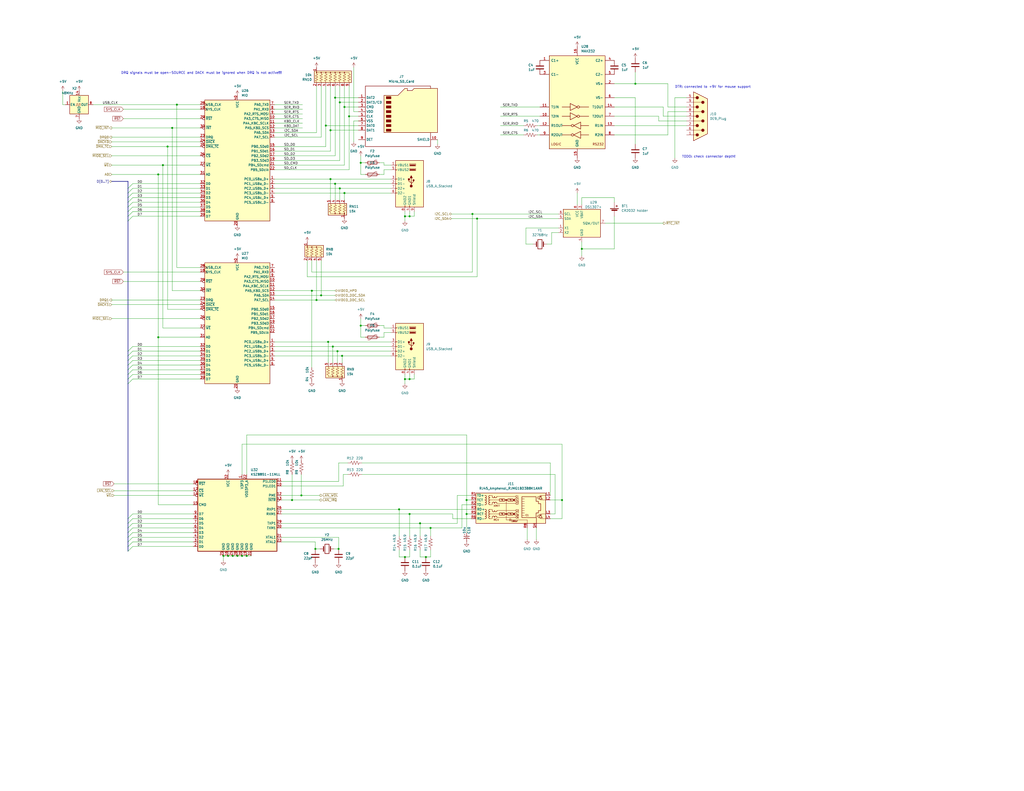
<source format=kicad_sch>
(kicad_sch (version 20230121) (generator eeschema)
  (paper "C")
  (title_block (title "Anachron Main I/O Interfaces"))
  (junction (at 170.18 158.75))
  (junction (at 260.35 119.38))
  (junction (at 93.98 69.85))
  (junction (at 223.52 118.11))
  (junction (at 129.54 303.53))
  (junction (at 91.44 80.01))
  (junction (at 184.785 299.72))
  (junction (at 346.71 45.72))
  (junction (at 223.52 280.67))
  (junction (at 220.98 118.11))
  (junction (at 257.81 116.84))
  (junction (at 184.15 191.77))
  (junction (at 190.5 63.5))
  (junction (at 88.9 90.17))
  (junction (at 306.705 273.05))
  (junction (at 229.235 285.75))
  (junction (at 186.69 194.31))
  (junction (at 317.5 135.89))
  (junction (at 86.36 95.25))
  (junction (at 175.26 161.29))
  (junction (at 254.635 273.05))
  (junction (at 187.96 105.41))
  (junction (at 134.62 303.53))
  (junction (at 234.95 288.29))
  (junction (at 187.96 58.42))
  (junction (at 196.85 88.9))
  (junction (at 127 303.53))
  (junction (at 172.72 163.83))
  (junction (at 220.98 207.01))
  (junction (at 254.635 280.67))
  (junction (at 223.52 207.01))
  (junction (at 180.34 97.79))
  (junction (at 177.8 68.58))
  (junction (at 86.36 184.15))
  (junction (at 96.52 57.15))
  (junction (at 159.385 273.05))
  (junction (at 124.46 303.53))
  (junction (at 220.98 304.165))
  (junction (at 182.88 53.34))
  (junction (at 182.88 100.33))
  (junction (at 232.41 304.165))
  (junction (at 132.08 303.53))
  (junction (at 179.07 186.69))
  (junction (at 164.465 270.51))
  (junction (at 196.85 177.8))
  (junction (at 121.92 303.53))
  (junction (at 185.42 55.88))
  (junction (at 217.805 278.13))
  (junction (at 180.34 71.12))
  (junction (at 185.42 102.87))
  (junction (at 181.61 189.23))
  (junction (at 172.085 299.72))
  (bus_entry (at 69.85 199.39) (size 2.54 -2.54))
  (bus_entry (at 69.85 283.21) (size 2.54 -2.54))
  (bus_entry (at 69.85 191.77) (size 2.54 -2.54))
  (bus_entry (at 69.85 207.01) (size 2.54 -2.54))
  (bus_entry (at 69.85 300.99) (size 2.54 -2.54))
  (bus_entry (at 69.85 120.65) (size 2.54 -2.54))
  (bus_entry (at 69.85 105.41) (size 2.54 -2.54))
  (bus_entry (at 69.85 295.91) (size 2.54 -2.54))
  (bus_entry (at 69.85 290.83) (size 2.54 -2.54))
  (bus_entry (at 69.85 288.29) (size 2.54 -2.54))
  (bus_entry (at 69.85 201.93) (size 2.54 -2.54))
  (bus_entry (at 69.85 204.47) (size 2.54 -2.54))
  (bus_entry (at 69.85 298.45) (size 2.54 -2.54))
  (bus_entry (at 69.85 209.55) (size 2.54 -2.54))
  (bus_entry (at 69.85 194.31) (size 2.54 -2.54))
  (bus_entry (at 69.85 115.57) (size 2.54 -2.54))
  (bus_entry (at 69.85 285.75) (size 2.54 -2.54))
  (bus_entry (at 69.85 110.49) (size 2.54 -2.54))
  (bus_entry (at 69.85 118.11) (size 2.54 -2.54))
  (bus_entry (at 69.85 107.95) (size 2.54 -2.54))
  (bus_entry (at 69.85 113.03) (size 2.54 -2.54))
  (bus_entry (at 69.85 293.37) (size 2.54 -2.54))
  (bus_entry (at 69.85 196.85) (size 2.54 -2.54))
  (bus_entry (at 69.85 102.87) (size 2.54 -2.54))
  (wire (pts (xy 149.86 97.79) (xy 180.34 97.79)))
  (wire (pts (xy 254.635 273.05) (xy 254.635 280.67)))
  (wire (pts (xy 287.02 133.35) (xy 290.83 133.35)))
  (wire (pts (xy 170.18 148.59) (xy 257.81 148.59)))
  (wire (pts (xy 346.71 78.74) (xy 346.71 53.34)))
  (wire (pts (xy 199.39 184.15) (xy 196.85 184.15)))
  (wire (pts (xy 149.86 87.63) (xy 185.42 87.63)))
  (wire (pts (xy 72.39 191.77) (xy 109.22 191.77)))
  (wire (pts (xy 298.45 133.35) (xy 300.99 133.35)))
  (wire (pts (xy 180.34 109.22) (xy 180.34 97.79)))
  (wire (pts (xy 209.55 179.07) (xy 209.55 177.8)))
  (wire (pts (xy 374.65 66.04) (xy 359.41 66.04)))
  (wire (pts (xy 72.39 280.67) (xy 105.41 280.67)))
  (wire (pts (xy 209.55 90.17) (xy 209.55 88.9)))
  (wire (pts (xy 182.88 100.33) (xy 213.36 100.33)))
  (bus (pts (xy 69.85 113.03) (xy 69.85 115.57)))
  (wire (pts (xy 260.35 119.38) (xy 304.8 119.38)))
  (wire (pts (xy 220.98 118.11) (xy 223.52 118.11)))
  (bus (pts (xy 69.85 110.49) (xy 69.85 113.03)))
  (wire (pts (xy 180.34 46.99) (xy 180.34 71.12)))
  (wire (pts (xy 335.28 53.34) (xy 346.71 53.34)))
  (wire (pts (xy 179.07 186.69) (xy 213.36 186.69)))
  (bus (pts (xy 69.85 209.55) (xy 69.85 283.21)))
  (wire (pts (xy 91.44 80.01) (xy 91.44 168.91)))
  (wire (pts (xy 193.04 36.83) (xy 193.04 60.96)))
  (wire (pts (xy 368.3 53.34) (xy 368.3 86.36)))
  (wire (pts (xy 177.8 80.01) (xy 177.8 68.58)))
  (wire (pts (xy 72.39 204.47) (xy 109.22 204.47)))
  (wire (pts (xy 252.095 288.29) (xy 234.95 288.29)))
  (wire (pts (xy 335.28 110.49) (xy 335.28 107.95)))
  (wire (pts (xy 60.96 173.99) (xy 109.22 173.99)))
  (wire (pts (xy 195.58 66.04) (xy 193.04 66.04)))
  (wire (pts (xy 220.98 207.01) (xy 223.52 207.01)))
  (wire (pts (xy 88.9 90.17) (xy 109.22 90.17)))
  (wire (pts (xy 172.72 72.39) (xy 172.72 46.99)))
  (wire (pts (xy 134.62 259.08) (xy 134.62 237.49)))
  (wire (pts (xy 196.85 88.9) (xy 199.39 88.9)))
  (wire (pts (xy 72.39 118.11) (xy 109.22 118.11)))
  (wire (pts (xy 72.39 110.49) (xy 109.22 110.49)))
  (wire (pts (xy 170.18 158.75) (xy 182.88 158.75)))
  (wire (pts (xy 361.95 63.5) (xy 361.95 58.42)))
  (wire (pts (xy 335.28 45.72) (xy 346.71 45.72)))
  (wire (pts (xy 62.23 270.51) (xy 105.41 270.51)))
  (wire (pts (xy 129.54 303.53) (xy 132.08 303.53)))
  (wire (pts (xy 300.355 252.73) (xy 300.355 270.51)))
  (wire (pts (xy 60.96 69.85) (xy 93.98 69.85)))
  (wire (pts (xy 60.96 166.37) (xy 109.22 166.37)))
  (wire (pts (xy 306.705 242.57) (xy 306.705 273.05)))
  (wire (pts (xy 60.96 74.93) (xy 109.22 74.93)))
  (wire (pts (xy 302.895 280.67) (xy 302.895 259.08)))
  (wire (pts (xy 300.355 280.67) (xy 302.895 280.67)))
  (wire (pts (xy 287.655 288.29) (xy 287.655 294.64)))
  (wire (pts (xy 72.39 102.87) (xy 109.22 102.87)))
  (wire (pts (xy 149.86 72.39) (xy 172.72 72.39)))
  (wire (pts (xy 209.55 184.15) (xy 209.55 181.61)))
  (wire (pts (xy 177.8 46.99) (xy 177.8 68.58)))
  (wire (pts (xy 88.9 179.07) (xy 109.22 179.07)))
  (wire (pts (xy 149.86 82.55) (xy 180.34 82.55)))
  (wire (pts (xy 186.69 194.31) (xy 186.69 198.12)))
  (wire (pts (xy 164.465 259.08) (xy 164.465 270.51)))
  (wire (pts (xy 50.8 57.15) (xy 96.52 57.15)))
  (wire (pts (xy 207.01 184.15) (xy 209.55 184.15)))
  (wire (pts (xy 260.35 119.38) (xy 260.35 151.13)))
  (wire (pts (xy 220.98 207.01) (xy 220.98 209.55)))
  (wire (pts (xy 121.92 306.07) (xy 121.92 303.53)))
  (wire (pts (xy 273.05 63.5) (xy 294.64 63.5)))
  (wire (pts (xy 153.67 265.43) (xy 187.325 265.43)))
  (wire (pts (xy 86.36 95.25) (xy 109.22 95.25)))
  (wire (pts (xy 364.49 58.42) (xy 374.65 58.42)))
  (wire (pts (xy 246.38 119.38) (xy 260.35 119.38)))
  (wire (pts (xy 72.39 194.31) (xy 109.22 194.31)))
  (bus (pts (xy 69.85 191.77) (xy 69.85 194.31)))
  (bus (pts (xy 69.85 107.95) (xy 69.85 110.49)))
  (wire (pts (xy 185.42 102.87) (xy 213.36 102.87)))
  (wire (pts (xy 335.28 118.11) (xy 335.28 135.89)))
  (wire (pts (xy 35.56 57.15) (xy 34.29 57.15)))
  (wire (pts (xy 187.96 105.41) (xy 187.96 109.22)))
  (wire (pts (xy 67.31 153.67) (xy 109.22 153.67)))
  (wire (pts (xy 185.42 55.88) (xy 195.58 55.88)))
  (wire (pts (xy 335.28 68.58) (xy 374.65 68.58)))
  (wire (pts (xy 34.29 49.53) (xy 34.29 57.15)))
  (wire (pts (xy 314.96 105.41) (xy 314.96 111.76)))
  (wire (pts (xy 170.18 142.24) (xy 170.18 148.59)))
  (wire (pts (xy 159.385 273.05) (xy 174.625 273.05)))
  (wire (pts (xy 199.39 95.25) (xy 196.85 95.25)))
  (wire (pts (xy 249.555 285.75) (xy 249.555 270.51)))
  (wire (pts (xy 149.86 102.87) (xy 185.42 102.87)))
  (wire (pts (xy 223.52 115.57) (xy 223.52 118.11)))
  (wire (pts (xy 317.5 107.95) (xy 317.5 111.76)))
  (wire (pts (xy 209.55 181.61) (xy 213.36 181.61)))
  (wire (pts (xy 86.36 95.25) (xy 86.36 184.15)))
  (wire (pts (xy 254.635 290.83) (xy 254.635 280.67)))
  (wire (pts (xy 60.96 90.17) (xy 88.9 90.17)))
  (wire (pts (xy 247.015 280.67) (xy 223.52 280.67)))
  (wire (pts (xy 223.52 280.67) (xy 223.52 292.735)))
  (wire (pts (xy 217.805 278.13) (xy 257.175 278.13)))
  (wire (pts (xy 172.085 295.91) (xy 172.085 299.72)))
  (bus (pts (xy 69.85 196.85) (xy 69.85 199.39)))
  (wire (pts (xy 234.95 288.29) (xy 234.95 292.735)))
  (bus (pts (xy 69.85 201.93) (xy 69.85 204.47)))
  (wire (pts (xy 186.69 194.31) (xy 213.36 194.31)))
  (wire (pts (xy 105.41 275.59) (xy 86.36 275.59)))
  (wire (pts (xy 153.67 270.51) (xy 164.465 270.51)))
  (wire (pts (xy 149.86 163.83) (xy 172.72 163.83)))
  (wire (pts (xy 187.325 259.08) (xy 189.865 259.08)))
  (wire (pts (xy 300.355 273.05) (xy 306.705 273.05)))
  (wire (pts (xy 172.085 299.72) (xy 174.625 299.72)))
  (wire (pts (xy 184.15 191.77) (xy 184.15 198.12)))
  (wire (pts (xy 62.23 264.16) (xy 105.41 264.16)))
  (wire (pts (xy 374.65 63.5) (xy 361.95 63.5)))
  (wire (pts (xy 306.705 273.05) (xy 306.705 283.21)))
  (wire (pts (xy 273.05 58.42) (xy 294.64 58.42)))
  (wire (pts (xy 361.95 58.42) (xy 335.28 58.42)))
  (bus (pts (xy 69.85 295.91) (xy 69.85 298.45)))
  (wire (pts (xy 153.67 278.13) (xy 217.805 278.13)))
  (wire (pts (xy 149.86 67.31) (xy 165.1 67.31)))
  (wire (pts (xy 209.55 88.9) (xy 207.01 88.9)))
  (wire (pts (xy 180.34 97.79) (xy 213.36 97.79)))
  (wire (pts (xy 374.65 60.96) (xy 364.49 60.96)))
  (wire (pts (xy 72.39 189.23) (xy 109.22 189.23)))
  (wire (pts (xy 196.85 177.8) (xy 196.85 184.15)))
  (wire (pts (xy 149.86 69.85) (xy 165.1 69.85)))
  (wire (pts (xy 172.72 163.83) (xy 182.88 163.83)))
  (wire (pts (xy 67.31 64.77) (xy 109.22 64.77)))
  (wire (pts (xy 182.88 46.99) (xy 182.88 53.34)))
  (wire (pts (xy 252.095 275.59) (xy 252.095 288.29)))
  (wire (pts (xy 335.28 135.89) (xy 317.5 135.89)))
  (wire (pts (xy 229.235 304.165) (xy 232.41 304.165)))
  (wire (pts (xy 134.62 303.53) (xy 137.16 303.53)))
  (wire (pts (xy 179.07 198.12) (xy 179.07 186.69)))
  (wire (pts (xy 149.86 105.41) (xy 187.96 105.41)))
  (wire (pts (xy 223.52 280.67) (xy 153.67 280.67)))
  (wire (pts (xy 246.38 116.84) (xy 257.81 116.84)))
  (wire (pts (xy 223.52 118.11) (xy 226.06 118.11)))
  (wire (pts (xy 220.98 304.165) (xy 217.805 304.165)))
  (wire (pts (xy 60.96 80.01) (xy 91.44 80.01)))
  (wire (pts (xy 132.08 242.57) (xy 306.705 242.57)))
  (wire (pts (xy 175.26 161.29) (xy 182.88 161.29)))
  (wire (pts (xy 181.61 189.23) (xy 181.61 198.12)))
  (wire (pts (xy 184.785 262.89) (xy 184.785 252.73)))
  (wire (pts (xy 134.62 237.49) (xy 254.635 237.49)))
  (wire (pts (xy 72.39 290.83) (xy 105.41 290.83)))
  (wire (pts (xy 257.81 116.84) (xy 304.8 116.84)))
  (wire (pts (xy 96.52 146.05) (xy 96.52 57.15)))
  (wire (pts (xy 317.5 135.89) (xy 317.5 139.7)))
  (wire (pts (xy 190.5 46.99) (xy 190.5 63.5)))
  (wire (pts (xy 182.88 53.34) (xy 195.58 53.34)))
  (wire (pts (xy 149.86 85.09) (xy 182.88 85.09)))
  (wire (pts (xy 72.39 201.93) (xy 109.22 201.93)))
  (wire (pts (xy 67.31 148.59) (xy 109.22 148.59)))
  (wire (pts (xy 359.41 66.04) (xy 359.41 63.5)))
  (bus (pts (xy 69.85 290.83) (xy 69.85 293.37)))
  (wire (pts (xy 175.26 74.93) (xy 175.26 46.99)))
  (wire (pts (xy 91.44 168.91) (xy 109.22 168.91)))
  (wire (pts (xy 187.96 90.17) (xy 187.96 58.42)))
  (wire (pts (xy 72.39 288.29) (xy 105.41 288.29)))
  (wire (pts (xy 149.86 191.77) (xy 184.15 191.77)))
  (wire (pts (xy 257.175 275.59) (xy 252.095 275.59)))
  (wire (pts (xy 88.9 90.17) (xy 88.9 179.07)))
  (wire (pts (xy 167.64 151.13) (xy 167.64 142.24)))
  (wire (pts (xy 193.04 66.04) (xy 193.04 77.47)))
  (wire (pts (xy 335.28 107.95) (xy 317.5 107.95)))
  (wire (pts (xy 149.86 90.17) (xy 187.96 90.17)))
  (wire (pts (xy 196.85 177.8) (xy 199.39 177.8)))
  (wire (pts (xy 304.8 124.46) (xy 287.02 124.46)))
  (wire (pts (xy 330.2 121.92) (xy 361.95 121.92)))
  (bus (pts (xy 69.85 285.75) (xy 69.85 288.29)))
  (wire (pts (xy 364.49 45.72) (xy 346.71 45.72)))
  (wire (pts (xy 247.015 283.21) (xy 247.015 280.67)))
  (wire (pts (xy 181.61 189.23) (xy 213.36 189.23)))
  (wire (pts (xy 300.99 133.35) (xy 300.99 127)))
  (wire (pts (xy 60.96 95.25) (xy 86.36 95.25)))
  (wire (pts (xy 72.39 113.03) (xy 109.22 113.03)))
  (wire (pts (xy 121.92 303.53) (xy 124.46 303.53)))
  (wire (pts (xy 182.88 85.09) (xy 182.88 53.34)))
  (wire (pts (xy 91.44 80.01) (xy 109.22 80.01)))
  (wire (pts (xy 60.96 85.09) (xy 109.22 85.09)))
  (wire (pts (xy 220.98 118.11) (xy 220.98 120.65)))
  (wire (pts (xy 149.86 194.31) (xy 186.69 194.31)))
  (bus (pts (xy 69.85 293.37) (xy 69.85 295.91)))
  (wire (pts (xy 300.355 283.21) (xy 306.705 283.21)))
  (wire (pts (xy 60.96 77.47) (xy 109.22 77.47)))
  (wire (pts (xy 149.86 189.23) (xy 181.61 189.23)))
  (wire (pts (xy 220.98 115.57) (xy 220.98 118.11)))
  (bus (pts (xy 69.85 288.29) (xy 69.85 290.83)))
  (wire (pts (xy 196.85 85.09) (xy 196.85 88.9)))
  (wire (pts (xy 62.23 267.97) (xy 105.41 267.97)))
  (wire (pts (xy 72.39 298.45) (xy 105.41 298.45)))
  (wire (pts (xy 72.39 107.95) (xy 109.22 107.95)))
  (wire (pts (xy 190.5 92.71) (xy 190.5 63.5)))
  (wire (pts (xy 209.55 95.25) (xy 209.55 92.71)))
  (bus (pts (xy 60.96 99.06) (xy 69.85 99.06)))
  (wire (pts (xy 164.465 270.51) (xy 174.625 270.51)))
  (wire (pts (xy 196.85 88.9) (xy 196.85 95.25)))
  (wire (pts (xy 149.86 64.77) (xy 165.1 64.77)))
  (wire (pts (xy 184.15 191.77) (xy 213.36 191.77)))
  (bus (pts (xy 69.85 118.11) (xy 69.85 120.65)))
  (wire (pts (xy 72.39 105.41) (xy 109.22 105.41)))
  (wire (pts (xy 153.67 285.75) (xy 229.235 285.75)))
  (wire (pts (xy 195.58 60.96) (xy 193.04 60.96)))
  (bus (pts (xy 69.85 99.06) (xy 69.85 102.87)))
  (wire (pts (xy 374.65 53.34) (xy 368.3 53.34)))
  (wire (pts (xy 182.245 299.72) (xy 184.785 299.72)))
  (wire (pts (xy 184.785 252.73) (xy 189.865 252.73)))
  (wire (pts (xy 185.42 87.63) (xy 185.42 55.88)))
  (wire (pts (xy 254.635 273.05) (xy 257.175 273.05)))
  (wire (pts (xy 153.67 295.91) (xy 172.085 295.91)))
  (wire (pts (xy 364.49 58.42) (xy 364.49 45.72)))
  (wire (pts (xy 213.36 179.07) (xy 209.55 179.07)))
  (wire (pts (xy 153.67 262.89) (xy 184.785 262.89)))
  (wire (pts (xy 175.26 142.24) (xy 175.26 161.29)))
  (bus (pts (xy 69.85 120.65) (xy 69.85 191.77)))
  (wire (pts (xy 184.785 293.37) (xy 184.785 299.72)))
  (wire (pts (xy 153.67 273.05) (xy 159.385 273.05)))
  (wire (pts (xy 249.555 270.51) (xy 257.175 270.51)))
  (wire (pts (xy 86.36 184.15) (xy 109.22 184.15)))
  (wire (pts (xy 234.95 288.29) (xy 153.67 288.29)))
  (bus (pts (xy 69.85 102.87) (xy 69.85 105.41)))
  (wire (pts (xy 132.08 303.53) (xy 134.62 303.53)))
  (bus (pts (xy 69.85 207.01) (xy 69.85 209.55)))
  (wire (pts (xy 72.39 100.33) (xy 109.22 100.33)))
  (wire (pts (xy 172.72 142.24) (xy 172.72 163.83)))
  (wire (pts (xy 364.49 73.66) (xy 335.28 73.66)))
  (wire (pts (xy 293.37 73.66) (xy 294.64 73.66)))
  (bus (pts (xy 69.85 105.41) (xy 69.85 107.95)))
  (wire (pts (xy 302.895 259.08) (xy 197.485 259.08)))
  (wire (pts (xy 254.635 237.49) (xy 254.635 273.05)))
  (wire (pts (xy 180.34 71.12) (xy 195.58 71.12)))
  (wire (pts (xy 149.86 186.69) (xy 179.07 186.69)))
  (wire (pts (xy 292.735 288.29) (xy 292.735 294.64)))
  (wire (pts (xy 229.235 285.75) (xy 229.235 292.735)))
  (wire (pts (xy 273.05 68.58) (xy 285.75 68.58)))
  (wire (pts (xy 187.96 58.42) (xy 195.58 58.42)))
  (wire (pts (xy 153.67 293.37) (xy 184.785 293.37)))
  (wire (pts (xy 209.55 92.71) (xy 213.36 92.71)))
  (wire (pts (xy 72.39 199.39) (xy 109.22 199.39)))
  (wire (pts (xy 67.31 59.69) (xy 109.22 59.69)))
  (wire (pts (xy 149.86 158.75) (xy 170.18 158.75)))
  (wire (pts (xy 197.485 252.73) (xy 300.355 252.73)))
  (wire (pts (xy 185.42 102.87) (xy 185.42 109.22)))
  (wire (pts (xy 149.86 161.29) (xy 175.26 161.29)))
  (bus (pts (xy 69.85 298.45) (xy 69.85 300.99)))
  (wire (pts (xy 127 303.53) (xy 129.54 303.53)))
  (wire (pts (xy 149.86 57.15) (xy 165.1 57.15)))
  (wire (pts (xy 132.08 259.08) (xy 132.08 242.57)))
  (wire (pts (xy 359.41 63.5) (xy 335.28 63.5)))
  (bus (pts (xy 69.85 199.39) (xy 69.85 201.93)))
  (wire (pts (xy 185.42 46.99) (xy 185.42 55.88)))
  (wire (pts (xy 213.36 90.17) (xy 209.55 90.17)))
  (wire (pts (xy 149.86 74.93) (xy 175.26 74.93)))
  (wire (pts (xy 234.95 300.355) (xy 234.95 304.165)))
  (wire (pts (xy 149.86 62.23) (xy 165.1 62.23)))
  (wire (pts (xy 287.02 124.46) (xy 287.02 133.35)))
  (wire (pts (xy 149.86 92.71) (xy 190.5 92.71)))
  (wire (pts (xy 273.05 73.66) (xy 285.75 73.66)))
  (wire (pts (xy 226.06 204.47) (xy 226.06 207.01)))
  (wire (pts (xy 196.85 173.99) (xy 196.85 177.8)))
  (wire (pts (xy 170.18 158.75) (xy 170.18 200.66)))
  (wire (pts (xy 93.98 69.85) (xy 93.98 158.75)))
  (wire (pts (xy 72.39 295.91) (xy 105.41 295.91)))
  (wire (pts (xy 149.86 100.33) (xy 182.88 100.33)))
  (wire (pts (xy 72.39 285.75) (xy 105.41 285.75)))
  (wire (pts (xy 217.805 304.165) (xy 217.805 300.355)))
  (wire (pts (xy 180.34 82.55) (xy 180.34 71.12)))
  (wire (pts (xy 96.52 57.15) (xy 109.22 57.15)))
  (wire (pts (xy 217.805 278.13) (xy 217.805 292.735)))
  (wire (pts (xy 149.86 80.01) (xy 177.8 80.01)))
  (wire (pts (xy 260.35 151.13) (xy 167.64 151.13)))
  (wire (pts (xy 187.325 265.43) (xy 187.325 259.08)))
  (wire (pts (xy 109.22 146.05) (xy 96.52 146.05)))
  (wire (pts (xy 182.88 100.33) (xy 182.88 109.22)))
  (wire (pts (xy 317.5 135.89) (xy 317.5 132.08)))
  (wire (pts (xy 223.52 204.47) (xy 223.52 207.01)))
  (wire (pts (xy 72.39 207.01) (xy 109.22 207.01)))
  (wire (pts (xy 234.95 304.165) (xy 232.41 304.165)))
  (wire (pts (xy 187.96 46.99) (xy 187.96 58.42)))
  (wire (pts (xy 177.8 68.58) (xy 195.58 68.58)))
  (wire (pts (xy 93.98 69.85) (xy 109.22 69.85)))
  (bus (pts (xy 69.85 283.21) (xy 69.85 285.75)))
  (wire (pts (xy 226.06 115.57) (xy 226.06 118.11)))
  (wire (pts (xy 72.39 293.37) (xy 105.41 293.37)))
  (wire (pts (xy 209.55 177.8) (xy 207.01 177.8)))
  (wire (pts (xy 223.52 300.355) (xy 223.52 304.165)))
  (wire (pts (xy 300.99 127) (xy 304.8 127)))
  (wire (pts (xy 149.86 59.69) (xy 165.1 59.69)))
  (bus (pts (xy 69.85 204.47) (xy 69.85 207.01)))
  (wire (pts (xy 229.235 285.75) (xy 249.555 285.75)))
  (wire (pts (xy 60.96 163.83) (xy 109.22 163.83)))
  (wire (pts (xy 93.98 158.75) (xy 109.22 158.75)))
  (wire (pts (xy 346.71 39.37) (xy 346.71 45.72)))
  (wire (pts (xy 293.37 68.58) (xy 294.64 68.58)))
  (wire (pts (xy 257.175 283.21) (xy 247.015 283.21)))
  (wire (pts (xy 238.76 76.2) (xy 238.76 78.74)))
  (wire (pts (xy 72.39 115.57) (xy 109.22 115.57)))
  (wire (pts (xy 257.81 148.59) (xy 257.81 116.84)))
  (wire (pts (xy 187.96 105.41) (xy 213.36 105.41)))
  (wire (pts (xy 254.635 280.67) (xy 257.175 280.67)))
  (wire (pts (xy 229.235 300.355) (xy 229.235 304.165)))
  (wire (pts (xy 124.46 303.53) (xy 127 303.53)))
  (wire (pts (xy 159.385 259.08) (xy 159.385 273.05)))
  (wire (pts (xy 72.39 283.21) (xy 105.41 283.21)))
  (bus (pts (xy 69.85 194.31) (xy 69.85 196.85)))
  (wire (pts (xy 72.39 196.85) (xy 109.22 196.85)))
  (wire (pts (xy 220.98 204.47) (xy 220.98 207.01)))
  (wire (pts (xy 223.52 207.01) (xy 226.06 207.01)))
  (bus (pts (xy 69.85 115.57) (xy 69.85 118.11)))
  (wire (pts (xy 207.01 95.25) (xy 209.55 95.25)))
  (wire (pts (xy 190.5 63.5) (xy 195.58 63.5)))
  (wire (pts (xy 223.52 304.165) (xy 220.98 304.165)))
  (wire (pts (xy 86.36 184.15) (xy 86.36 275.59)))
  (wire (pts (xy 364.49 60.96) (xy 364.49 73.66)))
  (text "DRQ signals must be open-SOURCE and DACK must be ignored when DRQ is not active!!!" (at 66.04 40.64 0) (effects (font (size 1.27 1.27)) (justify left bottom)))
  (text "TODO: check connector depth!\n" (at 372.11 86.36 0) (effects (font (size 1.27 1.27)) (justify left bottom)))
  (text "DTR: connected to +9V for mouse support" (at 368.3 48.26 0) (effects (font (size 1.27 1.27)) (justify left bottom)))
  (label "SER_RXD" (at 154.94 59.69 0))
  (label "SER_CTS" (at 154.94 64.77 0))
  (label "D6" (at 74.93 204.47 0))
  (label "SER_TXD" (at 154.94 57.15 0))
  (label "SD_CMD" (at 154.94 90.17 0))
  (label "D2" (at 74.93 105.41 0))
  (label "D6" (at 74.93 295.91 0))
  (label "D5" (at 74.93 113.03 0))
  (label "D0" (at 74.93 100.33 0))
  (label "I2C_SCL" (at 288.29 116.84 0))
  (label "I2C_SDA" (at 288.29 119.38 0))
  (label "SD_D2" (at 154.94 85.09 0))
  (label "SD_D3" (at 154.94 87.63 0))
  (label "D7" (at 74.93 118.11 0))
  (label "USB_CLK" (at 55.88 57.15 0))
  (label "D4" (at 74.93 290.83 0))
  (label "D2" (at 74.93 194.31 0))
  (label "D0" (at 74.93 189.23 0))
  (label "D4" (at 74.93 199.39 0))
  (label "SD_D1" (at 154.94 82.55 0))
  (label "SER_RXD" (at 274.32 68.58 0))
  (label "D1" (at 74.93 191.77 0))
  (label "D3" (at 74.93 288.29 0))
  (label "SD_CLK" (at 154.94 92.71 0))
  (label "KBD_CLK" (at 154.94 67.31 0))
  (label "SER_CTS" (at 274.32 73.66 0))
  (label "D6" (at 74.93 115.57 0))
  (label "I2C_SCL" (at 154.94 74.93 0))
  (label "I2C_SDA" (at 154.94 72.39 0))
  (label "D3" (at 74.93 107.95 0))
  (label "KBD_DAT" (at 154.94 69.85 0))
  (label "D5" (at 74.93 293.37 0))
  (label "SD_D0" (at 154.94 80.01 0))
  (label "D3" (at 74.93 196.85 0))
  (label "D2" (at 74.93 285.75 0))
  (label "D0" (at 74.93 280.67 0))
  (label "D7" (at 74.93 207.01 0))
  (label "SER_RTS" (at 154.94 62.23 0))
  (label "D1" (at 74.93 283.21 0))
  (label "D5" (at 74.93 201.93 0))
  (label "D4" (at 74.93 110.49 0))
  (label "SER_RTS" (at 274.32 63.5 0))
  (label "SER_TXD" (at 274.32 58.42 0))
  (label "D1" (at 74.93 102.87 0))
  (label "D7" (at 74.93 298.45 0))
  (global_label "~{RST}" (shape input) (at 67.31 64.77 180) (property "Intersheetrefs" "${INTERSHEET_REFS}" (effects hide)))
  (global_label "SYS_CLK" (shape input) (at 67.31 59.69 180) (property "Intersheetrefs" "${INTERSHEET_REFS}" (effects hide)))
  (global_label "~{RST}" (shape input) (at 62.23 264.16 180) (property "Intersheetrefs" "${INTERSHEET_REFS}" (effects hide)))
  (global_label "~{RST}" (shape input) (at 67.31 153.67 180) (property "Intersheetrefs" "${INTERSHEET_REFS}" (effects hide)))
  (global_label "SYS_CLK" (shape input) (at 67.31 148.59 180) (property "Intersheetrefs" "${INTERSHEET_REFS}" (effects hide)))
  (hierarchical_label "~{MIO0_SEL}" (shape input) (at 60.96 85.09 180))
  (hierarchical_label "DRQ0" (shape output) (at 60.96 74.93 180))
  (hierarchical_label "~{LAN_WOL}" (shape output) (at 174.625 270.51 0))
  (hierarchical_label "~{MIO_INT}" (shape output) (at 60.96 69.85 180))
  (hierarchical_label "~{DMA_TC}" (shape input) (at 60.96 80.01 180))
  (hierarchical_label "~{RTC_INT}" (shape output) (at 361.95 121.92 0))
  (hierarchical_label "~{MIO1_SEL}" (shape input) (at 60.96 173.99 180))
  (hierarchical_label "D[0..7]" (shape bidirectional) (at 60.96 99.06 180))
  (hierarchical_label "~{DACK0}" (shape input) (at 60.96 77.47 180))
  (hierarchical_label "DRQ1" (shape output) (at 60.96 163.83 180))
  (hierarchical_label "I2C_SCL" (shape bidirectional) (at 246.38 116.84 180))
  (hierarchical_label "~{DACK1}" (shape input) (at 60.96 166.37 180))
  (hierarchical_label "VIDEO_DDC_SDA" (shape bidirectional) (at 182.88 161.29 0))
  (hierarchical_label "I2C_SDA" (shape bidirectional) (at 246.38 119.38 180))
  (hierarchical_label "~{LAN_IRQ}" (shape output) (at 174.625 273.05 0))
  (hierarchical_label "~{WE}" (shape input) (at 62.23 270.51 180))
  (hierarchical_label "VIDEO_HPD" (shape bidirectional) (at 182.88 158.75 0))
  (hierarchical_label "~{WE}" (shape input) (at 60.96 90.17 180))
  (hierarchical_label "A0" (shape input) (at 60.96 95.25 180))
  (hierarchical_label "~{LAN_SEL}" (shape input) (at 62.23 267.97 180))
  (hierarchical_label "VIDEO_DDC_SCL" (shape bidirectional) (at 182.88 163.83 0))
  (symbol (lib_id "Device:R_Network08_US") (at 182.88 41.91 0) (unit 1)
    (property "Reference" "RN10" (at 170.18 43.434 0) (effects (justify right)))
    (property "Value" "10k" (at 170.18 40.894 0) (effects (justify right)))
    (property "Footprint" "Resistor_THT:R_Array_SIP9" (effects hide))
    (property "Datasheet" "http://www.vishay.com/docs/31509/csc.pdf" (effects hide))
  )
  (symbol (lib_id "power:GND") (at 287.655 294.64 0) (unit 1)
    (property "Reference" "#PWR0139" (effects hide))
    (property "Value" "GND" (at 287.655 299.72 0))
  )
  (symbol (lib_id "power:GND") (at 238.76 78.74 0) (unit 1)
    (property "Reference" "#PWR0110" (effects hide))
    (property "Value" "GND" (at 238.76 83.82 0))
  )
  (symbol (lib_id "Device:R_Network04_US") (at 182.88 114.3 180) (unit 1)
    (property "Reference" "RN11" (at 190.5 112.776 0) (effects (justify right)))
    (property "Value" "15k" (at 190.5 115.316 0) (effects (justify right)))
    (property "Footprint" "Resistor_THT:R_Array_SIP5" (effects hide))
    (property "Datasheet" "http://www.vishay.com/docs/31509/csc.pdf" (effects hide))
  )
  (symbol (lib_id "Connector:DE9_Plug") (at 382.27 63.5 0) (unit 1)
    (property "Reference" "J10" (at 387.35 62.23 0) (effects (justify left)))
    (property "Value" "DE9_Plug" (at 387.35 64.77 0) (effects (justify left)))
    (property "Footprint" "Connector_Dsub:DSUB-9_Male_Horizontal_P2.77x2.84mm_EdgePinOffset7.70mm_Housed_MountingHolesOffset9.12mm" (effects hide))
    (property "Datasheet" " ~" (effects hide))
  )
  (symbol (lib_id "Device:Crystal") (at 178.435 299.72 0) (unit 1)
    (property "Reference" "Y2" (at 178.435 292.1 0))
    (property "Value" "25MHz" (at 178.435 294.64 0))
    (property "Footprint" "Crystal:Crystal_HC49-U_Vertical" (effects hide))
  )
  (symbol (lib_id "power:+5V") (at 346.71 31.75 0) (unit 1)
    (property "Reference" "#PWR0115" (effects hide))
    (property "Value" "+5V" (at 346.71 26.67 0))
  )
  (symbol (lib_id "power:GND") (at 317.5 139.7 0) (unit 1)
    (property "Reference" "#PWR0114" (effects hide))
    (property "Value" "GND" (at 317.5 144.78 0))
  )
  (symbol (lib_id "Device:Polyfuse") (at 203.2 95.25 90) (unit 1)
    (property "Reference" "F3" (at 203.2 88.9 90))
    (property "Value" "Polyfuse" (at 203.2 91.44 90))
    (property "Footprint" "Fuse:Fuse_Littelfuse_395Series" (effects hide))
    (property "Datasheet" "https://mm.digikey.com/Volume0/opasdata/d220001/medias/docus/4295/BK30_Series_DS.pdf" (effects hide))
  )
  (symbol (lib_id "power:GND") (at 292.735 294.64 0) (unit 1)
    (property "Reference" "#PWR0140" (effects hide))
    (property "Value" "GND" (at 292.735 299.72 0))
  )
  (symbol (lib_id "anachron:mio") (at 129.54 179.07 0) (unit 1)
    (property "Reference" "U27" (at 131.7341 138.43 0) (effects (justify left)))
    (property "Value" "MIO" (at 131.7341 140.97 0) (effects (justify left)))
    (property "Footprint" "Package_DIP:DIP-40_W15.24mm_Socket_LongPads" (effects hide))
  )
  (symbol (lib_id "Timer_RTC:DS1307+") (at 317.5 121.92 0) (unit 1)
    (property "Reference" "U29" (at 323.85 110.49 0))
    (property "Value" "DS1307+" (at 323.85 113.03 0))
    (property "Footprint" "Package_DIP:DIP-8_W7.62mm" (effects hide))
    (property "Datasheet" "https://datasheets.maximintegrated.com/en/ds/DS1307.pdf" (effects hide))
  )
  (symbol (lib_id "power:+5V") (at 314.96 25.4 0) (unit 1)
    (property "Reference" "#PWR0111" (effects hide))
    (property "Value" "+5V" (at 314.96 20.32 0))
  )
  (symbol (lib_id "Interface_UART:MAX232") (at 314.96 55.88 0) (unit 1)
    (property "Reference" "U28" (at 317.1541 25.4 0) (effects (justify left)))
    (property "Value" "MAX232" (at 317.1541 27.94 0) (effects (justify left)))
    (property "Footprint" "Package_DIP:DIP-16_W7.62mm_LongPads" (effects hide))
    (property "Datasheet" "http://www.ti.com/lit/ds/symlink/max232.pdf" (effects hide))
  )
  (symbol (lib_id "Device:R_US") (at 159.385 255.27 180) (unit 1)
    (property "Reference" "R8" (at 156.845 257.81 90))
    (property "Value" "10k" (at 156.845 252.73 90))
    (property "Footprint" "Resistor_THT:R_Axial_DIN0204_L3.6mm_D1.6mm_P5.08mm_Horizontal" (effects hide))
  )
  (symbol (lib_id "Device:Polyfuse") (at 203.2 177.8 90) (unit 1)
    (property "Reference" "F4" (at 203.2 171.45 90))
    (property "Value" "Polyfuse" (at 203.2 173.99 90))
    (property "Footprint" "Fuse:Fuse_Littelfuse_395Series" (effects hide))
    (property "Datasheet" "https://mm.digikey.com/Volume0/opasdata/d220001/medias/docus/4295/BK30_Series_DS.pdf" (effects hide))
  )
  (symbol (lib_id "power:GND") (at 129.54 212.09 0) (unit 1)
    (property "Reference" "#PWR098" (effects hide))
    (property "Value" "GND" (at 129.54 217.17 0))
  )
  (symbol (lib_id "Device:R_Network04_US") (at 172.72 137.16 0) (unit 1)
    (property "Reference" "RN8" (at 177.8 136.144 0) (effects (justify left)))
    (property "Value" "10k" (at 177.8 138.684 0) (effects (justify left)))
    (property "Footprint" "Resistor_THT:R_Array_SIP5" (effects hide))
    (property "Datasheet" "http://www.vishay.com/docs/31509/csc.pdf" (effects hide))
  )
  (symbol (lib_id "power:GND") (at 232.41 311.785 0) (unit 1)
    (property "Reference" "#PWR0142" (effects hide))
    (property "Value" "GND" (at 232.41 316.865 0))
  )
  (symbol (lib_id "power:+5V") (at 129.54 52.07 0) (unit 1)
    (property "Reference" "#PWR095" (effects hide))
    (property "Value" "+5V" (at 129.54 46.99 0))
  )
  (symbol (lib_id "Device:R_US") (at 217.805 296.545 180) (unit 1)
    (property "Reference" "R14" (at 215.265 299.085 90))
    (property "Value" "49.9" (at 215.265 294.005 90))
    (property "Footprint" "Resistor_THT:R_Axial_DIN0204_L3.6mm_D1.6mm_P5.08mm_Horizontal" (effects hide))
  )
  (symbol (lib_id "Device:C") (at 184.785 303.53 0) (unit 1)
    (property "Reference" "C9" (at 188.595 302.26 0) (effects (justify left)))
    (property "Value" "22pF" (at 188.595 304.8 0) (effects (justify left)))
    (property "Footprint" "Capacitor_THT:C_Rect_L9.0mm_W2.5mm_P7.50mm_MKT" (effects hide))
  )
  (symbol (lib_id "power:+5V") (at 196.85 173.99 0) (unit 1)
    (property "Reference" "#PWR0107" (effects hide))
    (property "Value" "+5V" (at 196.85 168.91 0))
  )
  (symbol (lib_id "power:GND") (at 368.3 86.36 0) (unit 1)
    (property "Reference" "#PWR0118" (effects hide))
    (property "Value" "GND" (at 368.3 91.44 0))
  )
  (symbol (lib_id "power:+5V") (at 167.64 132.08 0) (unit 1)
    (property "Reference" "#PWR099" (effects hide))
    (property "Value" "+5V" (at 167.64 127 0))
  )
  (symbol (lib_id "power:+5V") (at 34.29 49.53 0) (mirror y) (unit 1)
    (property "Reference" "#PWR092" (effects hide))
    (property "Value" "+5V" (at 34.29 44.45 0))
  )
  (symbol (lib_id "power:+5V") (at 129.54 140.97 0) (unit 1)
    (property "Reference" "#PWR097" (effects hide))
    (property "Value" "+5V" (at 129.54 135.89 0))
  )
  (symbol (lib_id "Connector:USB_A_Stacked") (at 223.52 100.33 0) (mirror y) (unit 1)
    (property "Reference" "J8" (at 232.41 99.06 0) (effects (justify right)))
    (property "Value" "USB_A_Stacked" (at 232.41 101.6 0) (effects (justify right)))
    (property "Footprint" "Connector_USB:USB_A_CUI_UJ2-ADH-TH_Horizontal_Stacked" (effects hide))
    (property "Datasheet" " ~" (effects hide))
  )
  (symbol (lib_id "anachron:mio") (at 129.54 90.17 0) (unit 1)
    (property "Reference" "U26" (at 131.7341 49.53 0) (effects (justify left)))
    (property "Value" "MIO" (at 131.7341 52.07 0) (effects (justify left)))
    (property "Footprint" "Package_DIP:DIP-40_W15.24mm_Socket_LongPads" (effects hide))
  )
  (symbol (lib_id "Oscillator:CXO_DIP14") (at 43.18 57.15 0) (unit 1)
    (property "Reference" "X2" (at 40.64 48.26 0))
    (property "Value" "48MHz" (at 36.83 50.8 0))
    (property "Footprint" "Oscillator:Oscillator_DIP-14" (effects hide))
    (property "Datasheet" "http://cdn-reichelt.de/documents/datenblatt/B400/OSZI.pdf" (effects hide))
  )
  (symbol (lib_id "Device:C") (at 220.98 307.975 0) (unit 1)
    (property "Reference" "C11" (at 224.79 306.705 0) (effects (justify left)))
    (property "Value" "0.1uF" (at 224.79 309.245 0) (effects (justify left)))
    (property "Footprint" "Capacitor_THT:C_Rect_L9.0mm_W2.5mm_P7.50mm_MKT" (effects hide))
  )
  (symbol (lib_id "power:+5V") (at 159.385 251.46 0) (unit 1)
    (property "Reference" "#PWR0131" (effects hide))
    (property "Value" "+5V" (at 159.385 246.38 0))
  )
  (symbol (lib_id "Device:C") (at 346.71 35.56 0) (unit 1)
    (property "Reference" "C6" (at 350.52 34.29 0) (effects (justify left)))
    (property "Value" "1uF" (at 350.52 36.83 0) (effects (justify left)))
    (property "Footprint" "Capacitor_THT:C_Rect_L9.0mm_W2.5mm_P7.50mm_MKT" (effects hide))
  )
  (symbol (lib_id "Device:C_Polarized_Small_US") (at 254.635 293.37 0) (unit 1)
    (property "Reference" "C10" (at 255.905 289.56 90))
    (property "Value" "10u" (at 253.365 289.56 90))
    (property "Footprint" "Capacitor_THT:CP_Radial_D4.0mm_P2.00mm" (effects hide))
  )
  (symbol (lib_id "power:GND") (at 220.98 209.55 0) (unit 1)
    (property "Reference" "#PWR0109" (effects hide))
    (property "Value" "GND" (at 220.98 214.63 0))
  )
  (symbol (lib_id "power:+5V") (at 172.72 36.83 0) (unit 1)
    (property "Reference" "#PWR0101" (effects hide))
    (property "Value" "+5V" (at 172.72 31.75 0))
  )
  (symbol (lib_id "Device:Battery_Cell") (at 335.28 115.57 0) (unit 1)
    (property "Reference" "BT1" (at 339.09 112.4585 0) (effects (justify left)))
    (property "Value" "CR2032 holder" (at 339.09 114.9985 0) (effects (justify left)))
    (property "Footprint" "Battery:BatteryHolder_Keystone_103_1x20mm" (effects hide))
  )
  (symbol (lib_id "Device:R_US") (at 170.18 204.47 180) (unit 1)
    (property "Reference" "R4" (at 167.64 207.01 90))
    (property "Value" "10k" (at 167.64 201.93 90))
    (property "Footprint" "Resistor_THT:R_Axial_DIN0204_L3.6mm_D1.6mm_P5.08mm_Horizontal" (effects hide))
  )
  (symbol (lib_id "Device:Polyfuse") (at 203.2 88.9 90) (unit 1)
    (property "Reference" "F2" (at 203.2 82.55 90))
    (property "Value" "Polyfuse" (at 203.2 85.09 90))
    (property "Footprint" "Fuse:Fuse_Littelfuse_395Series" (effects hide))
    (property "Datasheet" "https://mm.digikey.com/Volume0/opasdata/d220001/medias/docus/4295/BK30_Series_DS.pdf" (effects hide))
  )
  (symbol (lib_id "Device:R_US") (at 234.95 296.545 180) (unit 1)
    (property "Reference" "R17" (at 232.41 299.085 90))
    (property "Value" "49.9" (at 232.41 294.005 90))
    (property "Footprint" "Resistor_THT:R_Axial_DIN0204_L3.6mm_D1.6mm_P5.08mm_Horizontal" (effects hide))
  )
  (symbol (lib_id "Device:R_Network04_US") (at 181.61 203.2 180) (unit 1)
    (property "Reference" "RN9" (at 189.23 201.676 0) (effects (justify right)))
    (property "Value" "15k" (at 189.23 204.216 0) (effects (justify right)))
    (property "Footprint" "Resistor_THT:R_Array_SIP5" (effects hide))
    (property "Datasheet" "http://www.vishay.com/docs/31509/csc.pdf" (effects hide))
  )
  (symbol (lib_id "power:GND") (at 170.18 208.28 0) (unit 1)
    (property "Reference" "#PWR0100" (effects hide))
    (property "Value" "GND" (at 170.18 213.36 0))
  )
  (symbol (lib_id "power:+5V") (at 196.85 85.09 0) (unit 1)
    (property "Reference" "#PWR0106" (effects hide))
    (property "Value" "+5V" (at 196.85 80.01 0))
  )
  (symbol (lib_id "power:GND") (at 346.71 86.36 0) (unit 1)
    (property "Reference" "#PWR0116" (effects hide))
    (property "Value" "GND" (at 346.71 91.44 0))
  )
  (symbol (lib_id "Device:R_US") (at 223.52 296.545 180) (unit 1)
    (property "Reference" "R15" (at 220.98 299.085 90))
    (property "Value" "49.9" (at 220.98 294.005 90))
    (property "Footprint" "Resistor_THT:R_Axial_DIN0204_L3.6mm_D1.6mm_P5.08mm_Horizontal" (effects hide))
  )
  (symbol (lib_id "power:GND") (at 314.96 86.36 0) (unit 1)
    (property "Reference" "#PWR0112" (effects hide))
    (property "Value" "GND" (at 314.96 91.44 0))
  )
  (symbol (lib_id "Device:C") (at 232.41 307.975 0) (unit 1)
    (property "Reference" "C12" (at 236.22 306.705 0) (effects (justify left)))
    (property "Value" "0.1uF" (at 236.22 309.245 0) (effects (justify left)))
    (property "Footprint" "Capacitor_THT:C_Rect_L9.0mm_W2.5mm_P7.50mm_MKT" (effects hide))
  )
  (symbol (lib_id "Connector:Micro_SD_Card_Det1") (at 218.44 63.5 0) (unit 1)
    (property "Reference" "J7" (at 219.075 41.91 0))
    (property "Value" "Micro_SD_Card" (at 219.075 44.45 0))
    (property "Footprint" "Connector_Card:microSD_HC_Hirose_DM3BT-DSF-PEJS" (effects hide))
    (property "Datasheet" "https://datasheet.lcsc.com/lcsc/2110151630_XKB-Connectivity-XKTF-015-N_C381082.pdf" (effects hide))
  )
  (symbol (lib_id "Device:Polyfuse") (at 203.2 184.15 90) (unit 1)
    (property "Reference" "F5" (at 203.2 177.8 90))
    (property "Value" "Polyfuse" (at 203.2 180.34 90))
    (property "Footprint" "Fuse:Fuse_Littelfuse_395Series" (effects hide))
    (property "Datasheet" "https://mm.digikey.com/Volume0/opasdata/d220001/medias/docus/4295/BK30_Series_DS.pdf" (effects hide))
  )
  (symbol (lib_id "Device:C") (at 346.71 82.55 0) (unit 1)
    (property "Reference" "C7" (at 350.52 81.28 0) (effects (justify left)))
    (property "Value" "1uF" (at 350.52 83.82 0) (effects (justify left)))
    (property "Footprint" "Capacitor_THT:C_Rect_L9.0mm_W2.5mm_P7.50mm_MKT" (effects hide))
  )
  (symbol (lib_id "power:GND") (at 220.98 120.65 0) (unit 1)
    (property "Reference" "#PWR0108" (effects hide))
    (property "Value" "GND" (at 220.98 125.73 0))
  )
  (symbol (lib_id "power:GND") (at 220.98 311.785 0) (unit 1)
    (property "Reference" "#PWR0143" (effects hide))
    (property "Value" "GND" (at 220.98 316.865 0))
  )
  (symbol (lib_id "power:GND") (at 129.54 123.19 0) (unit 1)
    (property "Reference" "#PWR096" (effects hide))
    (property "Value" "GND" (at 129.54 128.27 0))
  )
  (symbol (lib_id "Device:R_US") (at 164.465 255.27 180) (unit 1)
    (property "Reference" "R9" (at 161.925 257.81 90))
    (property "Value" "10k" (at 161.925 252.73 90))
    (property "Footprint" "Resistor_THT:R_Axial_DIN0204_L3.6mm_D1.6mm_P5.08mm_Horizontal" (effects hide))
  )
  (symbol (lib_id "power:GND") (at 187.96 119.38 0) (unit 1)
    (property "Reference" "#PWR0103" (effects hide))
    (property "Value" "GND" (at 187.96 124.46 0))
  )
  (symbol (lib_id "Device:R_US") (at 193.675 259.08 90) (unit 1)
    (property "Reference" "R13" (at 191.135 256.54 90))
    (property "Value" "220" (at 196.215 256.54 90))
    (property "Footprint" "Resistor_THT:R_Axial_DIN0204_L3.6mm_D1.6mm_P5.08mm_Horizontal" (effects hide))
  )
  (symbol (lib_id "power:+5V") (at 193.04 36.83 0) (unit 1)
    (property "Reference" "#PWR0104" (effects hide))
    (property "Value" "+5V" (at 193.04 31.75 0))
  )
  (symbol (lib_id "power:GND") (at 172.085 307.34 0) (unit 1)
    (property "Reference" "#PWR0135" (effects hide))
    (property "Value" "GND" (at 172.085 312.42 0))
  )
  (symbol (lib_id "Device:Crystal") (at 294.64 133.35 0) (unit 1)
    (property "Reference" "Y1" (at 294.64 125.73 0))
    (property "Value" "32768Hz" (at 294.64 128.27 0))
    (property "Footprint" "Crystal:Crystal_AT310_D3.0mm_L10.0mm_Horizontal_1EP_style2" (effects hide))
  )
  (symbol (lib_id "Device:C") (at 335.28 36.83 0) (unit 1)
    (property "Reference" "C5" (at 339.09 35.56 0) (effects (justify left)))
    (property "Value" "1uF" (at 339.09 38.1 0) (effects (justify left)))
    (property "Footprint" "Capacitor_THT:C_Rect_L9.0mm_W2.5mm_P7.50mm_MKT" (effects hide))
  )
  (symbol (lib_id "power:GND") (at 43.18 64.77 0) (mirror y) (unit 1)
    (property "Reference" "#PWR094" (effects hide))
    (property "Value" "GND" (at 43.18 69.85 0))
  )
  (symbol (lib_id "Connector:RJ45_Amphenol_RJMG1BD3B8K1ANR") (at 277.495 278.13 0) (unit 1)
    (property "Reference" "J11" (at 278.765 264.16 0))
    (property "Value" "RJ45_Amphenol_RJMG1BD3B8K1ANR" (at 278.765 266.7 0))
    (property "Footprint" "Connector_RJ:RJ45_Amphenol_RJMG1BD3B8K1ANR" (effects hide))
    (property "Datasheet" "https://www.amphenol-cs.com/media/wysiwyg/files/drawing/rjmg1bd3b8k1anr.pdf" (effects hide))
  )
  (symbol (lib_id "Device:R_US") (at 193.675 252.73 90) (unit 1)
    (property "Reference" "R12" (at 191.135 250.19 90))
    (property "Value" "220" (at 196.215 250.19 90))
    (property "Footprint" "Resistor_THT:R_Axial_DIN0204_L3.6mm_D1.6mm_P5.08mm_Horizontal" (effects hide))
  )
  (symbol (lib_id "power:+5V") (at 124.46 259.08 0) (unit 1)
    (property "Reference" "#PWR0133" (effects hide))
    (property "Value" "+5V" (at 124.46 254 0))
  )
  (symbol (lib_id "power:GND") (at 186.69 208.28 0) (unit 1)
    (property "Reference" "#PWR0102" (effects hide))
    (property "Value" "GND" (at 186.69 213.36 0))
  )
  (symbol (lib_id "Device:R_US") (at 289.56 73.66 90) (unit 1)
    (property "Reference" "R6" (at 287.02 71.12 90))
    (property "Value" "470" (at 292.1 71.12 90))
    (property "Footprint" "Resistor_THT:R_Axial_DIN0204_L3.6mm_D1.6mm_P5.08mm_Horizontal" (effects hide))
  )
  (symbol (lib_id "Device:C") (at 294.64 36.83 0) (unit 1)
    (property "Reference" "C4" (at 288.29 35.56 0) (effects (justify left)))
    (property "Value" "1uF" (at 288.29 38.1 0) (effects (justify left)))
    (property "Footprint" "Capacitor_THT:C_Rect_L9.0mm_W2.5mm_P7.50mm_MKT" (effects hide))
  )
  (symbol (lib_id "power:GND") (at 184.785 307.34 0) (unit 1)
    (property "Reference" "#PWR0136" (effects hide))
    (property "Value" "GND" (at 184.785 312.42 0))
  )
  (symbol (lib_id "power:+5V") (at 164.465 251.46 0) (unit 1)
    (property "Reference" "#PWR0132" (effects hide))
    (property "Value" "+5V" (at 164.465 246.38 0))
  )
  (symbol (lib_id "anachron:A1_LAN") (at 107.95 300.99 0) (unit 1)
    (property "Reference" "U32" (at 136.8141 256.54 0) (effects (justify left)))
    (property "Value" "KSZ8851-11MLL" (at 136.8141 259.08 0) (effects (justify left)))
    (property "Footprint" "Package_DIP:DIP-32_W15.24mm_LongPads" (effects hide))
    (property "Datasheet" "https://ww1.microchip.com/downloads/aemDocuments/documents/OTH/ProductDocuments/DataSheets/KSZ8851-16MLL-Single-Port-Ethernet-MAC-Controller-with-8-Bit-or-16-Bit-Non-PCI-Interface-DS00002357B.pdf" (effects hide))
  )
  (symbol (lib_id "power:GND") (at 121.92 306.07 0) (unit 1)
    (property "Reference" "#PWR0129" (effects hide))
    (property "Value" "GND" (at 121.92 311.15 0))
  )
  (symbol (lib_id "Device:C") (at 172.085 303.53 0) (unit 1)
    (property "Reference" "C8" (at 165.735 302.26 0) (effects (justify left)))
    (property "Value" "22pF" (at 165.735 304.8 0) (effects (justify left)))
    (property "Footprint" "Capacitor_THT:C_Rect_L9.0mm_W2.5mm_P7.50mm_MKT" (effects hide))
  )
  (symbol (lib_id "Device:R_US") (at 229.235 296.545 180) (unit 1)
    (property "Reference" "R16" (at 226.695 299.085 90))
    (property "Value" "49.9" (at 226.695 294.005 90))
    (property "Footprint" "Resistor_THT:R_Axial_DIN0204_L3.6mm_D1.6mm_P5.08mm_Horizontal" (effects hide))
  )
  (symbol (lib_id "power:+5V") (at 314.96 105.41 0) (unit 1)
    (property "Reference" "#PWR0113" (effects hide))
    (property "Value" "+5V" (at 314.96 100.33 0))
  )
  (symbol (lib_id "power:+5V") (at 43.18 49.53 0) (mirror y) (unit 1)
    (property "Reference" "#PWR093" (effects hide))
    (property "Value" "+5V" (at 43.18 44.45 0))
  )
  (symbol (lib_id "Connector:USB_A_Stacked") (at 223.52 189.23 0) (mirror y) (unit 1)
    (property "Reference" "J9" (at 232.41 187.96 0) (effects (justify right)))
    (property "Value" "USB_A_Stacked" (at 232.41 190.5 0) (effects (justify right)))
    (property "Footprint" "Connector_USB:USB_A_CUI_UJ2-ADH-TH_Horizontal_Stacked" (effects hide))
    (property "Datasheet" " ~" (effects hide))
  )
  (symbol (lib_id "power:GND") (at 254.635 295.91 0) (unit 1)
    (property "Reference" "#PWR0138" (effects hide))
    (property "Value" "GND" (at 254.635 300.99 0))
  )
  (symbol (lib_id "power:GND") (at 193.04 77.47 0) (unit 1)
    (property "Reference" "#PWR0105" (effects hide))
    (property "Value" "GND" (at 193.04 82.55 0))
  )
  (symbol (lib_id "Device:R_US") (at 289.56 68.58 90) (unit 1)
    (property "Reference" "R5" (at 287.02 66.04 90))
    (property "Value" "470" (at 292.1 66.04 90))
    (property "Footprint" "Resistor_THT:R_Axial_DIN0204_L3.6mm_D1.6mm_P5.08mm_Horizontal" (effects hide))
  )
)
</source>
